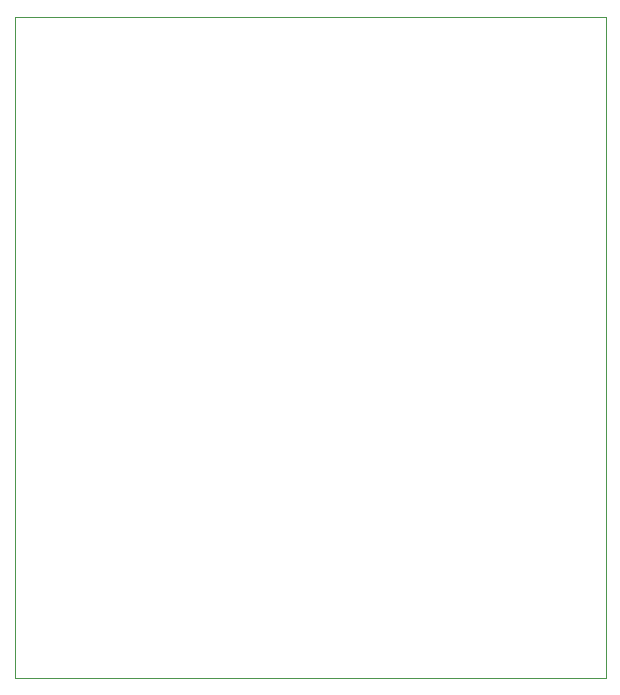
<source format=gm1>
G04 #@! TF.GenerationSoftware,KiCad,Pcbnew,9.0.2*
G04 #@! TF.CreationDate,2025-07-08T19:22:52+03:00*
G04 #@! TF.ProjectId,PCB,5043422e-6b69-4636-9164-5f7063625858,rev?*
G04 #@! TF.SameCoordinates,Original*
G04 #@! TF.FileFunction,Profile,NP*
%FSLAX46Y46*%
G04 Gerber Fmt 4.6, Leading zero omitted, Abs format (unit mm)*
G04 Created by KiCad (PCBNEW 9.0.2) date 2025-07-08 19:22:52*
%MOMM*%
%LPD*%
G01*
G04 APERTURE LIST*
G04 #@! TA.AperFunction,Profile*
%ADD10C,0.038100*%
G04 #@! TD*
G04 APERTURE END LIST*
D10*
X114000000Y-106000000D02*
X114000000Y-50000000D01*
X164000000Y-50000000D02*
X164000000Y-106000000D01*
X164000000Y-106000000D02*
X114000000Y-106000000D01*
X114000000Y-50000000D02*
X164000000Y-50000000D01*
M02*

</source>
